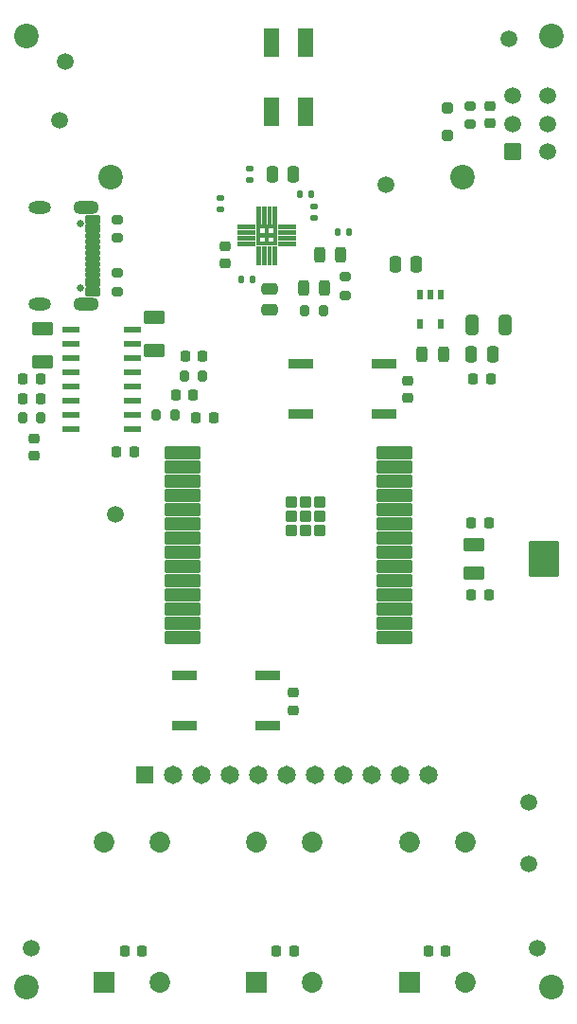
<source format=gbr>
%TF.GenerationSoftware,KiCad,Pcbnew,9.0.5*%
%TF.CreationDate,2025-11-15T02:09:42-05:00*%
%TF.ProjectId,CreditCard,43726564-6974-4436-9172-642e6b696361,rev?*%
%TF.SameCoordinates,Original*%
%TF.FileFunction,Soldermask,Bot*%
%TF.FilePolarity,Negative*%
%FSLAX46Y46*%
G04 Gerber Fmt 4.6, Leading zero omitted, Abs format (unit mm)*
G04 Created by KiCad (PCBNEW 9.0.5) date 2025-11-15 02:09:42*
%MOMM*%
%LPD*%
G01*
G04 APERTURE LIST*
G04 Aperture macros list*
%AMRoundRect*
0 Rectangle with rounded corners*
0 $1 Rounding radius*
0 $2 $3 $4 $5 $6 $7 $8 $9 X,Y pos of 4 corners*
0 Add a 4 corners polygon primitive as box body*
4,1,4,$2,$3,$4,$5,$6,$7,$8,$9,$2,$3,0*
0 Add four circle primitives for the rounded corners*
1,1,$1+$1,$2,$3*
1,1,$1+$1,$4,$5*
1,1,$1+$1,$6,$7*
1,1,$1+$1,$8,$9*
0 Add four rect primitives between the rounded corners*
20,1,$1+$1,$2,$3,$4,$5,0*
20,1,$1+$1,$4,$5,$6,$7,0*
20,1,$1+$1,$6,$7,$8,$9,0*
20,1,$1+$1,$8,$9,$2,$3,0*%
G04 Aperture macros list end*
%ADD10C,0.000000*%
%ADD11C,1.500000*%
%ADD12R,1.854200X1.854200*%
%ADD13C,1.854200*%
%ADD14RoundRect,0.102000X0.654000X-0.654000X0.654000X0.654000X-0.654000X0.654000X-0.654000X-0.654000X0*%
%ADD15C,1.512000*%
%ADD16C,2.200000*%
%ADD17R,1.650000X1.650000*%
%ADD18C,1.650000*%
%ADD19RoundRect,0.250000X-0.325000X-0.650000X0.325000X-0.650000X0.325000X0.650000X-0.325000X0.650000X0*%
%ADD20RoundRect,0.225000X0.225000X0.250000X-0.225000X0.250000X-0.225000X-0.250000X0.225000X-0.250000X0*%
%ADD21RoundRect,0.135000X0.135000X0.185000X-0.135000X0.185000X-0.135000X-0.185000X0.135000X-0.185000X0*%
%ADD22RoundRect,0.102000X0.800000X-0.500000X0.800000X0.500000X-0.800000X0.500000X-0.800000X-0.500000X0*%
%ADD23RoundRect,0.102000X1.250000X-1.500000X1.250000X1.500000X-1.250000X1.500000X-1.250000X-1.500000X0*%
%ADD24RoundRect,0.225000X-0.225000X-0.250000X0.225000X-0.250000X0.225000X0.250000X-0.225000X0.250000X0*%
%ADD25RoundRect,0.250000X-0.250000X-0.475000X0.250000X-0.475000X0.250000X0.475000X-0.250000X0.475000X0*%
%ADD26RoundRect,0.135000X0.185000X-0.135000X0.185000X0.135000X-0.185000X0.135000X-0.185000X-0.135000X0*%
%ADD27RoundRect,0.200000X0.275000X-0.200000X0.275000X0.200000X-0.275000X0.200000X-0.275000X-0.200000X0*%
%ADD28RoundRect,0.225000X-0.250000X0.225000X-0.250000X-0.225000X0.250000X-0.225000X0.250000X0.225000X0*%
%ADD29RoundRect,0.250000X-0.250000X0.250000X-0.250000X-0.250000X0.250000X-0.250000X0.250000X0.250000X0*%
%ADD30RoundRect,0.200000X-0.200000X-0.275000X0.200000X-0.275000X0.200000X0.275000X-0.200000X0.275000X0*%
%ADD31RoundRect,0.102000X-0.800000X0.500000X-0.800000X-0.500000X0.800000X-0.500000X0.800000X0.500000X0*%
%ADD32C,0.650000*%
%ADD33RoundRect,0.102000X0.570000X-0.300000X0.570000X0.300000X-0.570000X0.300000X-0.570000X-0.300000X0*%
%ADD34RoundRect,0.102000X0.570000X-0.150000X0.570000X0.150000X-0.570000X0.150000X-0.570000X-0.150000X0*%
%ADD35O,2.304000X1.254000*%
%ADD36O,2.004000X1.104000*%
%ADD37R,2.209800X0.863600*%
%ADD38RoundRect,0.250000X-0.475000X0.250000X-0.475000X-0.250000X0.475000X-0.250000X0.475000X0.250000X0*%
%ADD39R,1.397000X2.500000*%
%ADD40RoundRect,0.200000X0.200000X0.275000X-0.200000X0.275000X-0.200000X-0.275000X0.200000X-0.275000X0*%
%ADD41R,0.280000X1.449999*%
%ADD42R,0.279998X1.449999*%
%ADD43R,1.449999X0.280000*%
%ADD44R,0.280000X1.549999*%
%ADD45R,0.508000X0.955600*%
%ADD46RoundRect,0.243750X-0.243750X-0.456250X0.243750X-0.456250X0.243750X0.456250X-0.243750X0.456250X0*%
%ADD47RoundRect,0.135000X-0.135000X-0.185000X0.135000X-0.185000X0.135000X0.185000X-0.135000X0.185000X0*%
%ADD48RoundRect,0.250000X0.250000X0.475000X-0.250000X0.475000X-0.250000X-0.475000X0.250000X-0.475000X0*%
%ADD49R,1.511300X0.558800*%
%ADD50RoundRect,0.225000X0.250000X-0.225000X0.250000X0.225000X-0.250000X0.225000X-0.250000X-0.225000X0*%
%ADD51RoundRect,0.102000X1.500000X0.450000X-1.500000X0.450000X-1.500000X-0.450000X1.500000X-0.450000X0*%
%ADD52RoundRect,0.102000X1.500000X0.449999X-1.500000X0.449999X-1.500000X-0.449999X1.500000X-0.449999X0*%
%ADD53RoundRect,0.102000X1.500000X0.449998X-1.500000X0.449998X-1.500000X-0.449998X1.500000X-0.449998X0*%
%ADD54RoundRect,0.102000X0.400000X0.400000X-0.400000X0.400000X-0.400000X-0.400000X0.400000X-0.400000X0*%
%ADD55RoundRect,0.135000X-0.185000X0.135000X-0.185000X-0.135000X0.185000X-0.135000X0.185000X0.135000X0*%
G04 APERTURE END LIST*
D10*
%TO.C,U1*%
G36*
X122569596Y-55634407D02*
G01*
X120950000Y-55634407D01*
X120950000Y-55215215D01*
X122569596Y-55215215D01*
X122569596Y-55634407D01*
G37*
G36*
X122569596Y-56134533D02*
G01*
X120950000Y-56134533D01*
X120950000Y-55715341D01*
X122569596Y-55715341D01*
X122569596Y-56134533D01*
G37*
G36*
X122569596Y-56634659D02*
G01*
X120950000Y-56634659D01*
X120950000Y-56215467D01*
X122569596Y-56215467D01*
X122569596Y-56634659D01*
G37*
G36*
X122569596Y-57134785D02*
G01*
X120950000Y-57134785D01*
X120950000Y-56715593D01*
X122569596Y-56715593D01*
X122569596Y-57134785D01*
G37*
G36*
X123009597Y-55194596D02*
G01*
X122590403Y-55194596D01*
X122590403Y-53575000D01*
X123009597Y-53575000D01*
X123009597Y-55194596D01*
G37*
G36*
X123009597Y-58875000D02*
G01*
X122590403Y-58875000D01*
X122590403Y-57155404D01*
X123009597Y-57155404D01*
X123009597Y-58875000D01*
G37*
G36*
X124463500Y-55581300D02*
G01*
X122636500Y-55581300D01*
X122636500Y-55261500D01*
X124463500Y-55261500D01*
X124463500Y-55581300D01*
G37*
G36*
X122956300Y-57088500D02*
G01*
X122636500Y-57088500D01*
X122636500Y-55261500D01*
X122956300Y-55261500D01*
X122956300Y-57088500D01*
G37*
G36*
X124463500Y-56368700D02*
G01*
X122636500Y-56368700D01*
X122636500Y-55981300D01*
X124463500Y-55981300D01*
X124463500Y-56368700D01*
G37*
G36*
X124463500Y-57088500D02*
G01*
X122636500Y-57088500D01*
X122636500Y-56768700D01*
X124463500Y-56768700D01*
X124463500Y-57088500D01*
G37*
G36*
X123509596Y-55194596D02*
G01*
X123090405Y-55194596D01*
X123090405Y-53575000D01*
X123509596Y-53575000D01*
X123509596Y-55194596D01*
G37*
G36*
X123509596Y-58875000D02*
G01*
X123090405Y-58875000D01*
X123090405Y-57155404D01*
X123509596Y-57155404D01*
X123509596Y-58875000D01*
G37*
G36*
X123743700Y-57088500D02*
G01*
X123356300Y-57088500D01*
X123356300Y-55261500D01*
X123743700Y-55261500D01*
X123743700Y-57088500D01*
G37*
G36*
X124009595Y-55194596D02*
G01*
X123590404Y-55194596D01*
X123590404Y-53575000D01*
X124009595Y-53575000D01*
X124009595Y-55194596D01*
G37*
G36*
X124009595Y-58875000D02*
G01*
X123590404Y-58875000D01*
X123590404Y-57155404D01*
X124009595Y-57155404D01*
X124009595Y-58875000D01*
G37*
G36*
X124509597Y-55194596D02*
G01*
X124090403Y-55194596D01*
X124090403Y-53575000D01*
X124509597Y-53575000D01*
X124509597Y-55194596D01*
G37*
G36*
X124509597Y-58875000D02*
G01*
X124090403Y-58875000D01*
X124090403Y-57155404D01*
X124509597Y-57155404D01*
X124509597Y-58875000D01*
G37*
G36*
X124463500Y-57088500D02*
G01*
X124143700Y-57088500D01*
X124143700Y-55261500D01*
X124463500Y-55261500D01*
X124463500Y-57088500D01*
G37*
G36*
X126150000Y-55634407D02*
G01*
X124530404Y-55634407D01*
X124530404Y-55215215D01*
X126150000Y-55215215D01*
X126150000Y-55634407D01*
G37*
G36*
X126150000Y-56134533D02*
G01*
X124530404Y-56134533D01*
X124530404Y-55715341D01*
X126150000Y-55715341D01*
X126150000Y-56134533D01*
G37*
G36*
X126150000Y-56634659D02*
G01*
X124530404Y-56634659D01*
X124530404Y-56215467D01*
X126150000Y-56215467D01*
X126150000Y-56634659D01*
G37*
G36*
X126150000Y-57134785D02*
G01*
X124530404Y-57134785D01*
X124530404Y-56715593D01*
X126150000Y-56715593D01*
X126150000Y-57134785D01*
G37*
%TD*%
D11*
%TO.C,IOCHG_TP1*%
X110000000Y-81150000D03*
%TD*%
%TO.C,Vsys_TP1*%
X134250000Y-51650000D03*
%TD*%
%TO.C,Vbus_TP1*%
X105000000Y-45900000D03*
%TD*%
%TO.C,Vbat_TP1*%
X145250000Y-38650000D03*
%TD*%
D12*
%TO.C,SW1*%
X109000000Y-122914250D03*
D13*
X114000000Y-122914250D03*
X114000000Y-110414250D03*
X109000000Y-110414250D03*
%TD*%
D14*
%TO.C,S1*%
X145525000Y-48725000D03*
D15*
X145525000Y-46225000D03*
X145525000Y-43725000D03*
X148725000Y-48725000D03*
X148725000Y-46225000D03*
X148725000Y-43725000D03*
%TD*%
D12*
%TO.C,SW2*%
X122649200Y-122914250D03*
D13*
X127649200Y-122914250D03*
X127649200Y-110414250D03*
X122649200Y-110414250D03*
%TD*%
D16*
%TO.C,J2*%
X109551000Y-50949500D03*
X141051000Y-50949500D03*
D17*
X112600000Y-104400000D03*
D18*
X115140000Y-104400000D03*
X117680000Y-104400000D03*
X120220000Y-104400000D03*
X122760000Y-104400000D03*
X125300000Y-104400000D03*
X127840000Y-104400000D03*
X130380000Y-104400000D03*
X132920000Y-104400000D03*
X135460000Y-104400000D03*
X138000000Y-104400000D03*
%TD*%
D16*
%TO.C,MEC3*%
X149000000Y-123400000D03*
%TD*%
%TO.C,MEC1*%
X149000000Y-38400000D03*
%TD*%
%TO.C,MEC4*%
X102000000Y-123400000D03*
%TD*%
D12*
%TO.C,SW3*%
X136298400Y-122914250D03*
D13*
X141298400Y-122914250D03*
X141298400Y-110414250D03*
X136298400Y-110414250D03*
%TD*%
D16*
%TO.C,MEC2*%
X102000000Y-38400000D03*
%TD*%
D19*
%TO.C,C7*%
X141925000Y-64200000D03*
X144875000Y-64200000D03*
%TD*%
D20*
%TO.C,C24*%
X103275000Y-70795000D03*
X101725000Y-70795000D03*
%TD*%
D21*
%TO.C,R31*%
X127500099Y-52520100D03*
X126480099Y-52520100D03*
%TD*%
D22*
%TO.C,Y1*%
X142100000Y-86400000D03*
X142100000Y-83800000D03*
D23*
X148350000Y-85100000D03*
%TD*%
D11*
%TO.C,GND_TP1*%
X147000000Y-112400000D03*
%TD*%
D24*
%TO.C,C8*%
X142025000Y-69000000D03*
X143575000Y-69000000D03*
%TD*%
D25*
%TO.C,C4*%
X141850000Y-66800000D03*
X143750000Y-66800000D03*
%TD*%
D24*
%TO.C,C11*%
X124425000Y-120200000D03*
X125975000Y-120200000D03*
%TD*%
D26*
%TO.C,R8*%
X121990099Y-51230100D03*
X121990099Y-50210100D03*
%TD*%
D24*
%TO.C,C12*%
X141875000Y-88300000D03*
X143425000Y-88300000D03*
%TD*%
D27*
%TO.C,R10*%
X141725000Y-46250000D03*
X141725000Y-44600000D03*
%TD*%
D28*
%TO.C,C22*%
X102746307Y-74370000D03*
X102746307Y-75920000D03*
%TD*%
D29*
%TO.C,D5*%
X139725000Y-44775000D03*
X139725000Y-47275000D03*
%TD*%
D30*
%TO.C,R4*%
X126965099Y-62920100D03*
X128615099Y-62920100D03*
%TD*%
D31*
%TO.C,U11*%
X113500000Y-63500000D03*
X113500000Y-66500000D03*
%TD*%
D24*
%TO.C,C17*%
X141875000Y-81900000D03*
X143425000Y-81900000D03*
%TD*%
D32*
%TO.C,J3*%
X106895000Y-60890000D03*
X106895000Y-55110000D03*
D33*
X107965000Y-61200000D03*
X107965000Y-60400000D03*
D34*
X107965000Y-59250000D03*
X107965000Y-58250000D03*
X107965000Y-57750000D03*
X107965000Y-56750000D03*
D33*
X107965000Y-54800000D03*
X107965000Y-55600000D03*
D34*
X107965000Y-56250000D03*
X107965000Y-57250000D03*
X107965000Y-58750000D03*
X107965000Y-59750000D03*
D35*
X107395000Y-62320000D03*
X107395000Y-53680000D03*
D36*
X103215000Y-62320000D03*
X103215000Y-53680000D03*
%TD*%
D37*
%TO.C,U3*%
X126557000Y-72150000D03*
X134050000Y-72150000D03*
X126557000Y-67649998D03*
X134050000Y-67649998D03*
%TD*%
D38*
%TO.C,C15*%
X123790099Y-60970100D03*
X123790099Y-62870100D03*
%TD*%
D11*
%TO.C,FID2*%
X102500000Y-119900000D03*
%TD*%
D30*
%TO.C,R15*%
X113675000Y-72245000D03*
X115325000Y-72245000D03*
%TD*%
D27*
%TO.C,R11*%
X110175000Y-56425000D03*
X110175000Y-54775000D03*
%TD*%
D39*
%TO.C,J1*%
X126977478Y-45166955D03*
X126977478Y-38966957D03*
X123977479Y-45166955D03*
X123977479Y-38966957D03*
%TD*%
D40*
%TO.C,R18*%
X117825000Y-68800000D03*
X116175000Y-68800000D03*
%TD*%
D41*
%TO.C,U1*%
X122799999Y-54400000D03*
X123300000Y-54400000D03*
D42*
X123799999Y-54400000D03*
D41*
X124300001Y-54400000D03*
D43*
X125325000Y-55424811D03*
X125325000Y-55924937D03*
X125325000Y-56425063D03*
X125325000Y-56925189D03*
D44*
X124300001Y-58000000D03*
X123800000Y-58000000D03*
X123300000Y-58000000D03*
X122799999Y-58000000D03*
D43*
X121775000Y-56925189D03*
X121775000Y-56425063D03*
X121775000Y-55924937D03*
X121775000Y-55424811D03*
%TD*%
D24*
%TO.C,C18*%
X138025000Y-120200000D03*
X139575000Y-120200000D03*
%TD*%
D45*
%TO.C,U2*%
X137249999Y-61522200D03*
X138200000Y-61522200D03*
X139150001Y-61522200D03*
X139150001Y-64077800D03*
X137249999Y-64077800D03*
%TD*%
D27*
%TO.C,R5*%
X130590099Y-61545100D03*
X130590099Y-59895100D03*
%TD*%
D20*
%TO.C,C5*%
X111675450Y-75545000D03*
X110125450Y-75545000D03*
%TD*%
D46*
%TO.C,D3*%
X128252599Y-57920100D03*
X130127599Y-57920100D03*
%TD*%
D26*
%TO.C,R7*%
X119390099Y-53830100D03*
X119390099Y-52810100D03*
%TD*%
D11*
%TO.C,FID3*%
X147750000Y-119900000D03*
%TD*%
D24*
%TO.C,C6*%
X117225000Y-72500000D03*
X118775000Y-72500000D03*
%TD*%
D46*
%TO.C,L1*%
X137462500Y-66800000D03*
X139337500Y-66800000D03*
%TD*%
D28*
%TO.C,C14*%
X119790099Y-57145100D03*
X119790099Y-58695100D03*
%TD*%
D25*
%TO.C,C13*%
X124040099Y-50720100D03*
X125940099Y-50720100D03*
%TD*%
D11*
%TO.C,3V3_TP1*%
X147000000Y-106900000D03*
%TD*%
D47*
%TO.C,R26*%
X129880099Y-55920100D03*
X130900099Y-55920100D03*
%TD*%
D48*
%TO.C,C3*%
X136950000Y-58800000D03*
X135050000Y-58800000D03*
%TD*%
D28*
%TO.C,C9*%
X125950000Y-97075000D03*
X125950000Y-98625000D03*
%TD*%
D49*
%TO.C,U10*%
X111500000Y-64650000D03*
X111500000Y-65920000D03*
X111500000Y-67190000D03*
X111500000Y-68460000D03*
X111500000Y-69730000D03*
X111500000Y-71000000D03*
X111500000Y-72270000D03*
X111500000Y-73540000D03*
X106000900Y-73540000D03*
X106000900Y-72270000D03*
X106000900Y-71000000D03*
X106000900Y-69730000D03*
X106000900Y-68460000D03*
X106000900Y-67190000D03*
X106000900Y-65920000D03*
X106000900Y-64650000D03*
%TD*%
D30*
%TO.C,R16*%
X101675000Y-72500000D03*
X103325000Y-72500000D03*
%TD*%
D37*
%TO.C,U4*%
X123646500Y-95499999D03*
X116153500Y-95499999D03*
X123646500Y-100000001D03*
X116153500Y-100000001D03*
%TD*%
D11*
%TO.C,FID6*%
X105500000Y-40650000D03*
%TD*%
D20*
%TO.C,C23*%
X103275000Y-69000000D03*
X101725000Y-69000000D03*
%TD*%
D24*
%TO.C,C10*%
X110825000Y-120200000D03*
X112375000Y-120200000D03*
%TD*%
D20*
%TO.C,C26*%
X116975000Y-70500000D03*
X115425000Y-70500000D03*
%TD*%
D27*
%TO.C,R12*%
X110175000Y-61225000D03*
X110175000Y-59575000D03*
%TD*%
D46*
%TO.C,D2*%
X126852599Y-60920100D03*
X128727599Y-60920100D03*
%TD*%
D31*
%TO.C,U9*%
X103500000Y-64500000D03*
X103500000Y-67500000D03*
%TD*%
D50*
%TO.C,C1*%
X136200000Y-70725000D03*
X136200000Y-69175000D03*
%TD*%
D47*
%TO.C,R23*%
X121240000Y-60150000D03*
X122260000Y-60150000D03*
%TD*%
D51*
%TO.C,U8*%
X135000000Y-75590000D03*
X135000000Y-76860000D03*
X135000000Y-78130000D03*
X135000000Y-79400000D03*
X135000000Y-80670000D03*
X135000000Y-81940000D03*
X135000000Y-83210000D03*
X135000000Y-84480000D03*
X135000000Y-85750000D03*
X135000000Y-87020000D03*
X135000000Y-88290000D03*
X135000000Y-89560000D03*
D52*
X135000000Y-90829999D03*
X135000000Y-92099999D03*
D51*
X116000000Y-92100000D03*
X116000000Y-90830000D03*
X116000000Y-89560000D03*
X116000000Y-88290000D03*
X116000000Y-87020000D03*
X116000000Y-85750000D03*
X116000000Y-84480000D03*
D52*
X116000000Y-83210001D03*
D53*
X116000000Y-81940002D03*
D52*
X116000000Y-80670001D03*
D51*
X116000000Y-79400000D03*
D52*
X116000000Y-78130001D03*
D51*
X116000000Y-76860000D03*
D52*
X116000000Y-75590001D03*
D54*
X128255000Y-80060000D03*
X127005000Y-80060000D03*
X125755000Y-80060000D03*
X128255000Y-81310000D03*
X127005000Y-81310000D03*
X125755000Y-81310000D03*
X128255000Y-82560000D03*
X127005000Y-82560000D03*
X125755000Y-82560000D03*
%TD*%
D50*
%TO.C,C16*%
X143525000Y-46200000D03*
X143525000Y-44650000D03*
%TD*%
D24*
%TO.C,C25*%
X116225000Y-67000000D03*
X117775000Y-67000000D03*
%TD*%
D55*
%TO.C,R29*%
X127790099Y-53610100D03*
X127790099Y-54630100D03*
%TD*%
M02*

</source>
